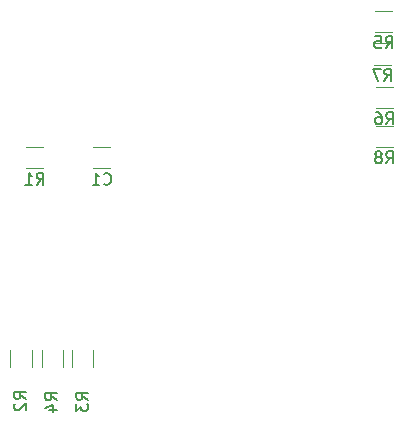
<source format=gbr>
%TF.GenerationSoftware,KiCad,Pcbnew,(5.1.10)-1*%
%TF.CreationDate,2021-12-06T12:22:38-06:00*%
%TF.ProjectId,FPGA-Shield,46504741-2d53-4686-9965-6c642e6b6963,rev?*%
%TF.SameCoordinates,Original*%
%TF.FileFunction,Legend,Bot*%
%TF.FilePolarity,Positive*%
%FSLAX46Y46*%
G04 Gerber Fmt 4.6, Leading zero omitted, Abs format (unit mm)*
G04 Created by KiCad (PCBNEW (5.1.10)-1) date 2021-12-06 12:22:38*
%MOMM*%
%LPD*%
G01*
G04 APERTURE LIST*
%ADD10C,0.120000*%
%ADD11C,0.150000*%
G04 APERTURE END LIST*
D10*
%TO.C,R6*%
X160822936Y-53810000D02*
X162277064Y-53810000D01*
X160822936Y-51990000D02*
X162277064Y-51990000D01*
%TO.C,R5*%
X160772936Y-45540000D02*
X162227064Y-45540000D01*
X160772936Y-47360000D02*
X162227064Y-47360000D01*
%TO.C,R8*%
X160822936Y-57110000D02*
X162277064Y-57110000D01*
X160822936Y-55290000D02*
X162277064Y-55290000D01*
%TO.C,R7*%
X160672936Y-48290000D02*
X162127064Y-48290000D01*
X160672936Y-50110000D02*
X162127064Y-50110000D01*
%TO.C,R4*%
X134360000Y-75727064D02*
X134360000Y-74272936D01*
X132540000Y-75727064D02*
X132540000Y-74272936D01*
%TO.C,R3*%
X136910000Y-75727064D02*
X136910000Y-74272936D01*
X135090000Y-75727064D02*
X135090000Y-74272936D01*
%TO.C,R2*%
X131710000Y-75727064D02*
X131710000Y-74272936D01*
X129890000Y-75727064D02*
X129890000Y-74272936D01*
%TO.C,R1*%
X131222936Y-58910000D02*
X132677064Y-58910000D01*
X131222936Y-57090000D02*
X132677064Y-57090000D01*
%TO.C,C1*%
X136926248Y-58910000D02*
X138348752Y-58910000D01*
X136926248Y-57090000D02*
X138348752Y-57090000D01*
%TO.C,R6*%
D11*
X161716666Y-55172380D02*
X162050000Y-54696190D01*
X162288095Y-55172380D02*
X162288095Y-54172380D01*
X161907142Y-54172380D01*
X161811904Y-54220000D01*
X161764285Y-54267619D01*
X161716666Y-54362857D01*
X161716666Y-54505714D01*
X161764285Y-54600952D01*
X161811904Y-54648571D01*
X161907142Y-54696190D01*
X162288095Y-54696190D01*
X160859523Y-54172380D02*
X161050000Y-54172380D01*
X161145238Y-54220000D01*
X161192857Y-54267619D01*
X161288095Y-54410476D01*
X161335714Y-54600952D01*
X161335714Y-54981904D01*
X161288095Y-55077142D01*
X161240476Y-55124761D01*
X161145238Y-55172380D01*
X160954761Y-55172380D01*
X160859523Y-55124761D01*
X160811904Y-55077142D01*
X160764285Y-54981904D01*
X160764285Y-54743809D01*
X160811904Y-54648571D01*
X160859523Y-54600952D01*
X160954761Y-54553333D01*
X161145238Y-54553333D01*
X161240476Y-54600952D01*
X161288095Y-54648571D01*
X161335714Y-54743809D01*
%TO.C,R5*%
X161666666Y-48722380D02*
X162000000Y-48246190D01*
X162238095Y-48722380D02*
X162238095Y-47722380D01*
X161857142Y-47722380D01*
X161761904Y-47770000D01*
X161714285Y-47817619D01*
X161666666Y-47912857D01*
X161666666Y-48055714D01*
X161714285Y-48150952D01*
X161761904Y-48198571D01*
X161857142Y-48246190D01*
X162238095Y-48246190D01*
X160761904Y-47722380D02*
X161238095Y-47722380D01*
X161285714Y-48198571D01*
X161238095Y-48150952D01*
X161142857Y-48103333D01*
X160904761Y-48103333D01*
X160809523Y-48150952D01*
X160761904Y-48198571D01*
X160714285Y-48293809D01*
X160714285Y-48531904D01*
X160761904Y-48627142D01*
X160809523Y-48674761D01*
X160904761Y-48722380D01*
X161142857Y-48722380D01*
X161238095Y-48674761D01*
X161285714Y-48627142D01*
%TO.C,R8*%
X161716666Y-58472380D02*
X162050000Y-57996190D01*
X162288095Y-58472380D02*
X162288095Y-57472380D01*
X161907142Y-57472380D01*
X161811904Y-57520000D01*
X161764285Y-57567619D01*
X161716666Y-57662857D01*
X161716666Y-57805714D01*
X161764285Y-57900952D01*
X161811904Y-57948571D01*
X161907142Y-57996190D01*
X162288095Y-57996190D01*
X161145238Y-57900952D02*
X161240476Y-57853333D01*
X161288095Y-57805714D01*
X161335714Y-57710476D01*
X161335714Y-57662857D01*
X161288095Y-57567619D01*
X161240476Y-57520000D01*
X161145238Y-57472380D01*
X160954761Y-57472380D01*
X160859523Y-57520000D01*
X160811904Y-57567619D01*
X160764285Y-57662857D01*
X160764285Y-57710476D01*
X160811904Y-57805714D01*
X160859523Y-57853333D01*
X160954761Y-57900952D01*
X161145238Y-57900952D01*
X161240476Y-57948571D01*
X161288095Y-57996190D01*
X161335714Y-58091428D01*
X161335714Y-58281904D01*
X161288095Y-58377142D01*
X161240476Y-58424761D01*
X161145238Y-58472380D01*
X160954761Y-58472380D01*
X160859523Y-58424761D01*
X160811904Y-58377142D01*
X160764285Y-58281904D01*
X160764285Y-58091428D01*
X160811904Y-57996190D01*
X160859523Y-57948571D01*
X160954761Y-57900952D01*
%TO.C,R7*%
X161566666Y-51472380D02*
X161900000Y-50996190D01*
X162138095Y-51472380D02*
X162138095Y-50472380D01*
X161757142Y-50472380D01*
X161661904Y-50520000D01*
X161614285Y-50567619D01*
X161566666Y-50662857D01*
X161566666Y-50805714D01*
X161614285Y-50900952D01*
X161661904Y-50948571D01*
X161757142Y-50996190D01*
X162138095Y-50996190D01*
X161233333Y-50472380D02*
X160566666Y-50472380D01*
X160995238Y-51472380D01*
%TO.C,R4*%
X133852380Y-78533333D02*
X133376190Y-78200000D01*
X133852380Y-77961904D02*
X132852380Y-77961904D01*
X132852380Y-78342857D01*
X132900000Y-78438095D01*
X132947619Y-78485714D01*
X133042857Y-78533333D01*
X133185714Y-78533333D01*
X133280952Y-78485714D01*
X133328571Y-78438095D01*
X133376190Y-78342857D01*
X133376190Y-77961904D01*
X133185714Y-79390476D02*
X133852380Y-79390476D01*
X132804761Y-79152380D02*
X133519047Y-78914285D01*
X133519047Y-79533333D01*
%TO.C,R3*%
X136452380Y-78483333D02*
X135976190Y-78150000D01*
X136452380Y-77911904D02*
X135452380Y-77911904D01*
X135452380Y-78292857D01*
X135500000Y-78388095D01*
X135547619Y-78435714D01*
X135642857Y-78483333D01*
X135785714Y-78483333D01*
X135880952Y-78435714D01*
X135928571Y-78388095D01*
X135976190Y-78292857D01*
X135976190Y-77911904D01*
X135452380Y-78816666D02*
X135452380Y-79435714D01*
X135833333Y-79102380D01*
X135833333Y-79245238D01*
X135880952Y-79340476D01*
X135928571Y-79388095D01*
X136023809Y-79435714D01*
X136261904Y-79435714D01*
X136357142Y-79388095D01*
X136404761Y-79340476D01*
X136452380Y-79245238D01*
X136452380Y-78959523D01*
X136404761Y-78864285D01*
X136357142Y-78816666D01*
%TO.C,R2*%
X131202380Y-78433333D02*
X130726190Y-78100000D01*
X131202380Y-77861904D02*
X130202380Y-77861904D01*
X130202380Y-78242857D01*
X130250000Y-78338095D01*
X130297619Y-78385714D01*
X130392857Y-78433333D01*
X130535714Y-78433333D01*
X130630952Y-78385714D01*
X130678571Y-78338095D01*
X130726190Y-78242857D01*
X130726190Y-77861904D01*
X130297619Y-78814285D02*
X130250000Y-78861904D01*
X130202380Y-78957142D01*
X130202380Y-79195238D01*
X130250000Y-79290476D01*
X130297619Y-79338095D01*
X130392857Y-79385714D01*
X130488095Y-79385714D01*
X130630952Y-79338095D01*
X131202380Y-78766666D01*
X131202380Y-79385714D01*
%TO.C,R1*%
X132116666Y-60272380D02*
X132450000Y-59796190D01*
X132688095Y-60272380D02*
X132688095Y-59272380D01*
X132307142Y-59272380D01*
X132211904Y-59320000D01*
X132164285Y-59367619D01*
X132116666Y-59462857D01*
X132116666Y-59605714D01*
X132164285Y-59700952D01*
X132211904Y-59748571D01*
X132307142Y-59796190D01*
X132688095Y-59796190D01*
X131164285Y-60272380D02*
X131735714Y-60272380D01*
X131450000Y-60272380D02*
X131450000Y-59272380D01*
X131545238Y-59415238D01*
X131640476Y-59510476D01*
X131735714Y-59558095D01*
%TO.C,C1*%
X137804166Y-60207142D02*
X137851785Y-60254761D01*
X137994642Y-60302380D01*
X138089880Y-60302380D01*
X138232738Y-60254761D01*
X138327976Y-60159523D01*
X138375595Y-60064285D01*
X138423214Y-59873809D01*
X138423214Y-59730952D01*
X138375595Y-59540476D01*
X138327976Y-59445238D01*
X138232738Y-59350000D01*
X138089880Y-59302380D01*
X137994642Y-59302380D01*
X137851785Y-59350000D01*
X137804166Y-59397619D01*
X136851785Y-60302380D02*
X137423214Y-60302380D01*
X137137500Y-60302380D02*
X137137500Y-59302380D01*
X137232738Y-59445238D01*
X137327976Y-59540476D01*
X137423214Y-59588095D01*
%TD*%
M02*

</source>
